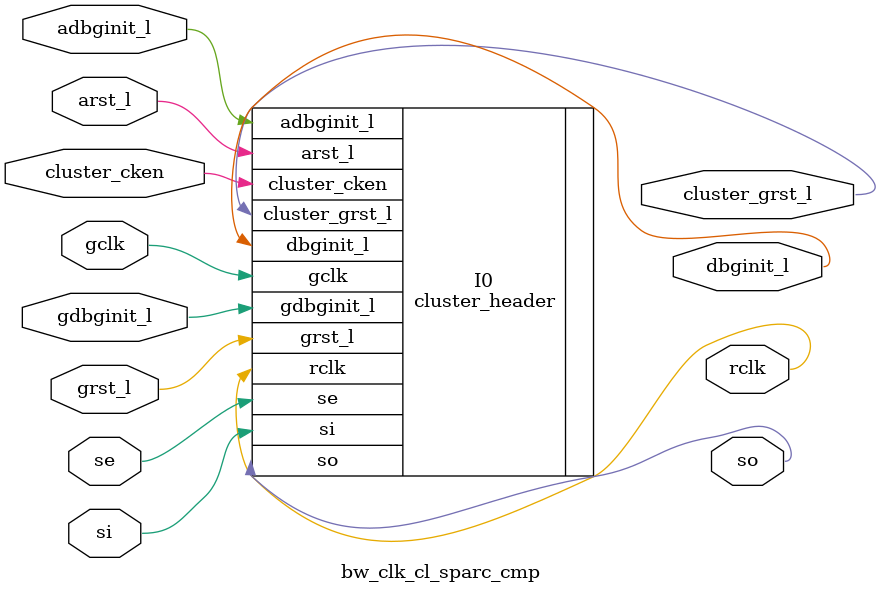
<source format=v>

module bw_clk_cl_sparc_cmp(/*AUTOARG*/
   // Outputs
   so, rclk, dbginit_l, cluster_grst_l, 
   // Inputs
   si, se, grst_l, gdbginit_l, gclk, cluster_cken, arst_l, 
   adbginit_l
   );

   /*AUTOOUTPUT*/
   // Beginning of automatic outputs (from unused autoinst outputs)
   output               cluster_grst_l;         // From I0 of cluster_header.v
   output               dbginit_l;              // From I0 of cluster_header.v
   output               rclk;                   // From I0 of cluster_header.v
   output               so;                     // From I0 of cluster_header.v
   // End of automatics
   /*AUTOINPUT*/
   // Beginning of automatic inputs (from unused autoinst inputs)
   input                adbginit_l;             // To I0 of cluster_header.v
   input                arst_l;                 // To I0 of cluster_header.v
   input                cluster_cken;           // To I0 of cluster_header.v
   input                gclk;                   // To I0 of cluster_header.v
   input                gdbginit_l;             // To I0 of cluster_header.v
   input                grst_l;                 // To I0 of cluster_header.v
   input                se;                     // To I0 of cluster_header.v
   input                si;                     // To I0 of cluster_header.v
   // End of automatics
   /*AUTOWIRE*/
   // Beginning of automatic wires (for undeclared instantiated-module outputs)
   // End of automatics

   cluster_header I0 (/*AUTOINST*/
                      // Outputs
                      .dbginit_l           (dbginit_l),
                      .cluster_grst_l      (cluster_grst_l),
                      .rclk                (rclk),
                      .so                  (so),
                      // Inputs
                      .gclk                (gclk),
                      .cluster_cken        (cluster_cken),
                      .arst_l              (arst_l),
                      .grst_l              (grst_l),
                      .adbginit_l          (adbginit_l),
                      .gdbginit_l          (gdbginit_l),
                      .si                  (si),
                      .se                  (se));

//output          so ;
//output          dbginit_l ;
//output          cluster_grst_l ;
//output          rclk ;
//input           si ;
//input           se ;
//input           adbginit_l ;
//input           gdbginit_l ;
//input           arst_l ;
//input           grst_l ;
//input           cluster_cken ;
//input           gclk ;
   
endmodule // bw_clk_cl_sparc_cmp

// Local Variables:
// verilog-library-directories:("." "../../common/rtl")
// End:

</source>
